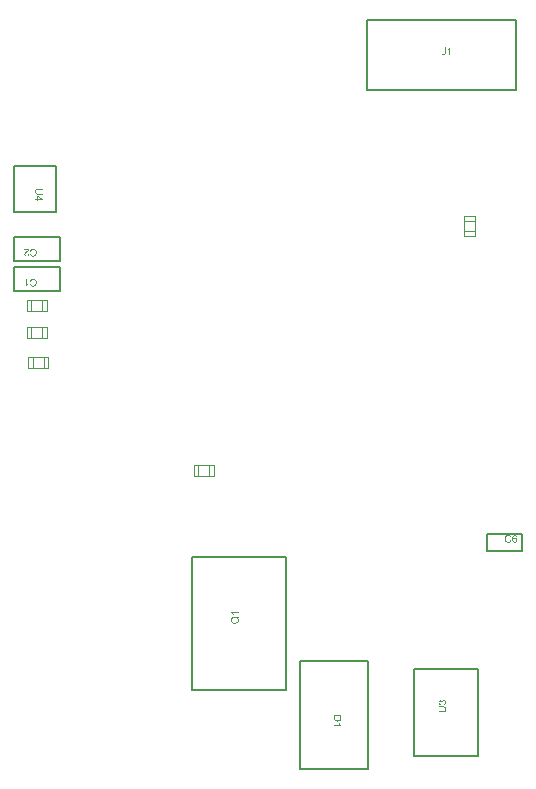
<source format=gbr>
G04*
G04 #@! TF.GenerationSoftware,Altium Limited,Altium Designer,24.4.1 (13)*
G04*
G04 Layer_Color=16711935*
%FSLAX44Y44*%
%MOMM*%
G71*
G04*
G04 #@! TF.SameCoordinates,35E0C0FB-C19D-4D04-833B-EC0655963EBE*
G04*
G04*
G04 #@! TF.FilePolarity,Positive*
G04*
G01*
G75*
%ADD10C,0.2000*%
%ADD61C,0.0508*%
G36*
X465974Y348157D02*
X466039D01*
X466113Y348148D01*
X466288Y348111D01*
X466483Y348065D01*
X466686Y347991D01*
X466889Y347880D01*
X466991Y347815D01*
X467083Y347741D01*
X467093Y347732D01*
X467102Y347723D01*
X467130Y347695D01*
X467157Y347667D01*
X467204Y347621D01*
X467241Y347565D01*
X467342Y347436D01*
X467444Y347270D01*
X467537Y347066D01*
X467620Y346835D01*
X467675Y346576D01*
X466889Y346511D01*
Y346521D01*
X466880Y346530D01*
X466871Y346586D01*
X466843Y346669D01*
X466806Y346770D01*
X466769Y346881D01*
X466714Y346992D01*
X466649Y347094D01*
X466584Y347177D01*
X466566Y347196D01*
X466529Y347233D01*
X466464Y347288D01*
X466371Y347353D01*
X466251Y347408D01*
X466122Y347464D01*
X465965Y347501D01*
X465798Y347519D01*
X465734D01*
X465660Y347510D01*
X465576Y347492D01*
X465465Y347464D01*
X465354Y347427D01*
X465243Y347381D01*
X465133Y347307D01*
X465114Y347297D01*
X465068Y347260D01*
X465003Y347196D01*
X464920Y347103D01*
X464827Y346992D01*
X464726Y346863D01*
X464633Y346697D01*
X464541Y346511D01*
Y346502D01*
X464532Y346484D01*
X464522Y346456D01*
X464504Y346419D01*
X464495Y346364D01*
X464476Y346299D01*
X464458Y346225D01*
X464439Y346133D01*
X464411Y346031D01*
X464393Y345920D01*
X464375Y345800D01*
X464365Y345670D01*
X464347Y345522D01*
X464338Y345374D01*
X464328Y345208D01*
Y345042D01*
X464338Y345051D01*
X464375Y345106D01*
X464439Y345180D01*
X464522Y345273D01*
X464615Y345384D01*
X464735Y345485D01*
X464865Y345587D01*
X465012Y345679D01*
X465022D01*
X465031Y345689D01*
X465086Y345716D01*
X465170Y345744D01*
X465280Y345790D01*
X465410Y345827D01*
X465558Y345855D01*
X465715Y345883D01*
X465882Y345892D01*
X465956D01*
X466011Y345883D01*
X466085Y345874D01*
X466159Y345864D01*
X466251Y345846D01*
X466344Y345818D01*
X466556Y345753D01*
X466667Y345707D01*
X466778Y345643D01*
X466889Y345578D01*
X467010Y345504D01*
X467120Y345411D01*
X467222Y345310D01*
X467231Y345300D01*
X467250Y345282D01*
X467278Y345254D01*
X467305Y345208D01*
X467351Y345143D01*
X467398Y345079D01*
X467444Y344995D01*
X467500Y344903D01*
X467555Y344801D01*
X467601Y344690D01*
X467647Y344561D01*
X467694Y344431D01*
X467721Y344293D01*
X467749Y344135D01*
X467768Y343978D01*
X467777Y343812D01*
Y343803D01*
Y343784D01*
Y343756D01*
Y343710D01*
X467768Y343655D01*
Y343599D01*
X467740Y343451D01*
X467712Y343276D01*
X467666Y343091D01*
X467601Y342887D01*
X467509Y342693D01*
Y342684D01*
X467500Y342675D01*
X467481Y342647D01*
X467463Y342610D01*
X467407Y342518D01*
X467324Y342397D01*
X467222Y342268D01*
X467102Y342138D01*
X466954Y342009D01*
X466797Y341898D01*
X466788D01*
X466778Y341889D01*
X466751Y341870D01*
X466714Y341861D01*
X466621Y341815D01*
X466501Y341769D01*
X466344Y341713D01*
X466168Y341676D01*
X465974Y341639D01*
X465761Y341630D01*
X465715D01*
X465669Y341639D01*
X465595D01*
X465512Y341648D01*
X465419Y341667D01*
X465308Y341695D01*
X465197Y341722D01*
X465068Y341759D01*
X464938Y341805D01*
X464809Y341861D01*
X464670Y341935D01*
X464541Y342018D01*
X464411Y342111D01*
X464282Y342222D01*
X464162Y342351D01*
X464153Y342360D01*
X464134Y342388D01*
X464106Y342425D01*
X464069Y342490D01*
X464014Y342573D01*
X463968Y342665D01*
X463912Y342786D01*
X463857Y342915D01*
X463792Y343072D01*
X463736Y343248D01*
X463690Y343442D01*
X463644Y343655D01*
X463598Y343895D01*
X463570Y344154D01*
X463552Y344431D01*
X463542Y344727D01*
Y344736D01*
Y344746D01*
Y344773D01*
Y344810D01*
X463552Y344903D01*
Y345032D01*
X463561Y345180D01*
X463579Y345356D01*
X463598Y345550D01*
X463626Y345763D01*
X463662Y345975D01*
X463709Y346206D01*
X463764Y346428D01*
X463829Y346650D01*
X463912Y346863D01*
X464005Y347066D01*
X464106Y347260D01*
X464226Y347427D01*
X464236Y347436D01*
X464254Y347455D01*
X464291Y347492D01*
X464338Y347547D01*
X464393Y347603D01*
X464467Y347658D01*
X464559Y347732D01*
X464652Y347797D01*
X464763Y347861D01*
X464883Y347935D01*
X465022Y347991D01*
X465160Y348056D01*
X465317Y348102D01*
X465484Y348139D01*
X465660Y348157D01*
X465844Y348167D01*
X465919D01*
X465974Y348157D01*
D02*
G37*
G36*
X460371Y348241D02*
X460454Y348231D01*
X460556Y348222D01*
X460658Y348213D01*
X460778Y348185D01*
X461028Y348130D01*
X461305Y348046D01*
X461444Y347991D01*
X461573Y347926D01*
X461702Y347843D01*
X461832Y347760D01*
X461841Y347751D01*
X461860Y347741D01*
X461897Y347714D01*
X461943Y347667D01*
X461989Y347621D01*
X462054Y347556D01*
X462118Y347482D01*
X462192Y347408D01*
X462267Y347316D01*
X462340Y347205D01*
X462424Y347094D01*
X462498Y346974D01*
X462562Y346835D01*
X462636Y346697D01*
X462692Y346549D01*
X462747Y346382D01*
X461915Y346188D01*
Y346197D01*
X461906Y346216D01*
X461887Y346253D01*
X461869Y346299D01*
X461850Y346354D01*
X461823Y346428D01*
X461749Y346576D01*
X461656Y346743D01*
X461545Y346909D01*
X461407Y347066D01*
X461259Y347205D01*
X461240Y347224D01*
X461185Y347260D01*
X461092Y347307D01*
X460972Y347371D01*
X460815Y347427D01*
X460639Y347482D01*
X460427Y347519D01*
X460195Y347529D01*
X460121D01*
X460075Y347519D01*
X460010D01*
X459937Y347510D01*
X459761Y347482D01*
X459567Y347445D01*
X459363Y347381D01*
X459151Y347288D01*
X458956Y347168D01*
X458947D01*
X458938Y347150D01*
X458873Y347103D01*
X458790Y347029D01*
X458688Y346918D01*
X458568Y346780D01*
X458457Y346623D01*
X458356Y346428D01*
X458263Y346216D01*
Y346206D01*
X458254Y346188D01*
X458245Y346160D01*
X458235Y346114D01*
X458217Y346059D01*
X458198Y345994D01*
X458171Y345837D01*
X458134Y345652D01*
X458097Y345448D01*
X458078Y345226D01*
X458069Y344986D01*
Y344977D01*
Y344949D01*
Y344903D01*
Y344847D01*
X458078Y344783D01*
Y344699D01*
X458088Y344607D01*
X458097Y344505D01*
X458124Y344283D01*
X458171Y344043D01*
X458226Y343803D01*
X458300Y343562D01*
Y343553D01*
X458309Y343535D01*
X458328Y343507D01*
X458346Y343461D01*
X458402Y343350D01*
X458485Y343220D01*
X458587Y343072D01*
X458716Y342915D01*
X458864Y342776D01*
X459040Y342647D01*
X459049D01*
X459067Y342638D01*
X459095Y342619D01*
X459132Y342601D01*
X459178Y342582D01*
X459234Y342554D01*
X459363Y342499D01*
X459530Y342444D01*
X459715Y342397D01*
X459918Y342360D01*
X460131Y342351D01*
X460195D01*
X460251Y342360D01*
X460316D01*
X460380Y342369D01*
X460547Y342407D01*
X460741Y342453D01*
X460935Y342527D01*
X461138Y342628D01*
X461240Y342684D01*
X461333Y342758D01*
X461342Y342767D01*
X461351Y342776D01*
X461379Y342804D01*
X461416Y342832D01*
X461453Y342878D01*
X461499Y342934D01*
X461555Y342989D01*
X461601Y343063D01*
X461656Y343146D01*
X461721Y343239D01*
X461776Y343331D01*
X461832Y343442D01*
X461878Y343562D01*
X461924Y343692D01*
X461971Y343830D01*
X462008Y343978D01*
X462858Y343766D01*
Y343756D01*
X462849Y343719D01*
X462830Y343664D01*
X462803Y343590D01*
X462775Y343507D01*
X462738Y343405D01*
X462692Y343294D01*
X462636Y343174D01*
X462507Y342915D01*
X462340Y342656D01*
X462239Y342527D01*
X462137Y342397D01*
X462026Y342286D01*
X461897Y342175D01*
X461887Y342166D01*
X461869Y342148D01*
X461823Y342129D01*
X461776Y342092D01*
X461702Y342046D01*
X461628Y342000D01*
X461527Y341954D01*
X461425Y341907D01*
X461305Y341852D01*
X461175Y341805D01*
X461037Y341759D01*
X460889Y341713D01*
X460732Y341676D01*
X460565Y341658D01*
X460390Y341639D01*
X460205Y341630D01*
X460103D01*
X460029Y341639D01*
X459946D01*
X459844Y341648D01*
X459733Y341667D01*
X459604Y341685D01*
X459336Y341732D01*
X459058Y341805D01*
X458781Y341907D01*
X458651Y341972D01*
X458522Y342046D01*
X458513Y342055D01*
X458494Y342064D01*
X458457Y342092D01*
X458420Y342129D01*
X458365Y342166D01*
X458300Y342222D01*
X458226Y342286D01*
X458152Y342360D01*
X458078Y342444D01*
X457995Y342527D01*
X457829Y342739D01*
X457671Y342989D01*
X457533Y343266D01*
Y343276D01*
X457514Y343303D01*
X457505Y343350D01*
X457477Y343405D01*
X457459Y343479D01*
X457431Y343571D01*
X457394Y343673D01*
X457366Y343784D01*
X457339Y343904D01*
X457302Y344043D01*
X457255Y344330D01*
X457218Y344653D01*
X457200Y344986D01*
Y344995D01*
Y345032D01*
Y345088D01*
X457209Y345152D01*
Y345245D01*
X457218Y345337D01*
X457228Y345458D01*
X457246Y345578D01*
X457292Y345846D01*
X457357Y346142D01*
X457449Y346438D01*
X457579Y346724D01*
X457588Y346733D01*
X457597Y346761D01*
X457616Y346798D01*
X457653Y346844D01*
X457690Y346909D01*
X457736Y346983D01*
X457856Y347150D01*
X458013Y347334D01*
X458198Y347519D01*
X458411Y347704D01*
X458661Y347861D01*
X458670Y347871D01*
X458698Y347880D01*
X458735Y347898D01*
X458781Y347926D01*
X458855Y347954D01*
X458929Y347982D01*
X459021Y348019D01*
X459123Y348056D01*
X459234Y348092D01*
X459354Y348130D01*
X459613Y348185D01*
X459909Y348231D01*
X460214Y348250D01*
X460306D01*
X460371Y348241D01*
D02*
G37*
G36*
X405812Y208429D02*
X405886Y208419D01*
X405969Y208401D01*
X406061Y208382D01*
X406163Y208364D01*
X406385Y208290D01*
X406505Y208235D01*
X406616Y208179D01*
X406736Y208105D01*
X406856Y208022D01*
X406977Y207929D01*
X407088Y207819D01*
X407097Y207809D01*
X407115Y207791D01*
X407143Y207754D01*
X407180Y207708D01*
X407226Y207652D01*
X407272Y207578D01*
X407328Y207495D01*
X407374Y207393D01*
X407430Y207292D01*
X407485Y207171D01*
X407531Y207051D01*
X407578Y206912D01*
X407615Y206765D01*
X407642Y206607D01*
X407661Y206450D01*
X407670Y206275D01*
Y206191D01*
X407661Y206136D01*
X407652Y206062D01*
X407642Y205979D01*
X407624Y205886D01*
X407605Y205784D01*
X407550Y205563D01*
X407457Y205331D01*
X407402Y205211D01*
X407337Y205100D01*
X407254Y204989D01*
X407171Y204878D01*
X407162Y204869D01*
X407143Y204851D01*
X407115Y204823D01*
X407078Y204795D01*
X407032Y204749D01*
X406967Y204703D01*
X406903Y204647D01*
X406819Y204592D01*
X406727Y204536D01*
X406635Y204481D01*
X406413Y204379D01*
X406154Y204296D01*
X406015Y204268D01*
X405867Y204250D01*
X405765Y205036D01*
X405775D01*
X405793Y205045D01*
X405830Y205054D01*
X405876Y205063D01*
X405932Y205073D01*
X405997Y205091D01*
X406135Y205137D01*
X406302Y205202D01*
X406459Y205285D01*
X406607Y205378D01*
X406736Y205489D01*
X406745Y205507D01*
X406782Y205544D01*
X406829Y205618D01*
X406875Y205711D01*
X406930Y205821D01*
X406977Y205960D01*
X407014Y206117D01*
X407023Y206284D01*
Y206339D01*
X407014Y206376D01*
X407004Y206478D01*
X406977Y206607D01*
X406930Y206755D01*
X406866Y206912D01*
X406773Y207070D01*
X406644Y207218D01*
X406625Y207236D01*
X406570Y207282D01*
X406487Y207338D01*
X406376Y207412D01*
X406237Y207486D01*
X406080Y207541D01*
X405895Y207587D01*
X405691Y207606D01*
X405682D01*
X405664D01*
X405636D01*
X405599Y207597D01*
X405497Y207587D01*
X405377Y207560D01*
X405229Y207523D01*
X405081Y207458D01*
X404933Y207365D01*
X404795Y207245D01*
X404776Y207227D01*
X404739Y207181D01*
X404684Y207107D01*
X404619Y207005D01*
X404554Y206875D01*
X404499Y206718D01*
X404462Y206543D01*
X404443Y206348D01*
Y206265D01*
X404453Y206201D01*
X404462Y206117D01*
X404480Y206025D01*
X404499Y205914D01*
X404527Y205794D01*
X403833Y205886D01*
Y205932D01*
X403842Y205969D01*
Y206090D01*
X403824Y206191D01*
X403805Y206311D01*
X403778Y206450D01*
X403731Y206607D01*
X403667Y206755D01*
X403583Y206912D01*
Y206922D01*
X403574Y206931D01*
X403537Y206977D01*
X403473Y207042D01*
X403389Y207116D01*
X403269Y207190D01*
X403130Y207255D01*
X402973Y207301D01*
X402881Y207319D01*
X402779D01*
X402770D01*
X402761D01*
X402705D01*
X402631Y207301D01*
X402529Y207282D01*
X402419Y207245D01*
X402298Y207199D01*
X402178Y207125D01*
X402067Y207023D01*
X402058Y207014D01*
X402021Y206968D01*
X401975Y206903D01*
X401919Y206820D01*
X401873Y206709D01*
X401827Y206580D01*
X401790Y206432D01*
X401781Y206265D01*
Y206191D01*
X401799Y206108D01*
X401818Y205997D01*
X401855Y205877D01*
X401901Y205757D01*
X401975Y205627D01*
X402067Y205507D01*
X402076Y205498D01*
X402123Y205461D01*
X402187Y205405D01*
X402280Y205341D01*
X402400Y205276D01*
X402548Y205211D01*
X402724Y205156D01*
X402927Y205119D01*
X402788Y204333D01*
X402779D01*
X402751Y204342D01*
X402714Y204351D01*
X402659Y204361D01*
X402594Y204379D01*
X402520Y204407D01*
X402345Y204462D01*
X402141Y204555D01*
X401938Y204666D01*
X401744Y204804D01*
X401568Y204980D01*
X401559Y204989D01*
X401549Y205008D01*
X401531Y205036D01*
X401503Y205073D01*
X401466Y205119D01*
X401429Y205184D01*
X401392Y205248D01*
X401346Y205331D01*
X401272Y205516D01*
X401198Y205729D01*
X401152Y205979D01*
X401133Y206108D01*
Y206339D01*
X401143Y206441D01*
X401161Y206561D01*
X401189Y206709D01*
X401235Y206875D01*
X401291Y207042D01*
X401365Y207208D01*
Y207218D01*
X401374Y207227D01*
X401402Y207282D01*
X401457Y207365D01*
X401522Y207458D01*
X401614Y207569D01*
X401716Y207680D01*
X401836Y207791D01*
X401975Y207883D01*
X401993Y207892D01*
X402039Y207920D01*
X402123Y207957D01*
X402224Y208003D01*
X402345Y208050D01*
X402483Y208087D01*
X402640Y208114D01*
X402798Y208124D01*
X402816D01*
X402872D01*
X402946Y208114D01*
X403047Y208096D01*
X403167Y208068D01*
X403297Y208022D01*
X403426Y207966D01*
X403556Y207892D01*
X403574Y207883D01*
X403611Y207855D01*
X403676Y207800D01*
X403750Y207726D01*
X403833Y207634D01*
X403926Y207523D01*
X404009Y207393D01*
X404092Y207236D01*
Y207245D01*
X404101Y207264D01*
X404110Y207292D01*
X404120Y207328D01*
X404157Y207430D01*
X404212Y207560D01*
X404286Y207708D01*
X404379Y207855D01*
X404499Y207994D01*
X404637Y208124D01*
X404656Y208133D01*
X404711Y208170D01*
X404804Y208225D01*
X404924Y208281D01*
X405072Y208336D01*
X405248Y208392D01*
X405451Y208429D01*
X405673Y208438D01*
X405682D01*
X405710D01*
X405756D01*
X405812Y208429D01*
D02*
G37*
G36*
X405100Y203140D02*
X405192D01*
X405303Y203131D01*
X405414Y203122D01*
X405664Y203094D01*
X405923Y203057D01*
X406172Y203001D01*
X406292Y202965D01*
X406403Y202928D01*
X406413D01*
X406431Y202918D01*
X406459Y202900D01*
X406496Y202881D01*
X406598Y202826D01*
X406727Y202743D01*
X406875Y202632D01*
X407023Y202502D01*
X407180Y202336D01*
X407319Y202132D01*
Y202123D01*
X407337Y202105D01*
X407346Y202077D01*
X407374Y202031D01*
X407402Y201975D01*
X407430Y201901D01*
X407457Y201827D01*
X407494Y201735D01*
X407531Y201633D01*
X407559Y201522D01*
X407587Y201402D01*
X407615Y201263D01*
X407633Y201125D01*
X407652Y200977D01*
X407670Y200644D01*
Y200561D01*
X407661Y200496D01*
Y200422D01*
X407652Y200330D01*
X407642Y200228D01*
X407633Y200126D01*
X407596Y199895D01*
X407541Y199645D01*
X407467Y199405D01*
X407365Y199174D01*
Y199165D01*
X407346Y199146D01*
X407328Y199118D01*
X407309Y199081D01*
X407235Y198980D01*
X407134Y198860D01*
X407004Y198721D01*
X406856Y198591D01*
X406672Y198462D01*
X406468Y198360D01*
X406459D01*
X406440Y198351D01*
X406403Y198342D01*
X406357Y198323D01*
X406302Y198305D01*
X406228Y198286D01*
X406145Y198259D01*
X406043Y198240D01*
X405932Y198222D01*
X405812Y198194D01*
X405682Y198175D01*
X405544Y198157D01*
X405386Y198138D01*
X405220Y198129D01*
X405044Y198120D01*
X404859D01*
X401161D01*
Y198971D01*
X404859D01*
X404869D01*
X404896D01*
X404943D01*
X404998D01*
X405063Y198980D01*
X405146D01*
X405322Y198989D01*
X405525Y199007D01*
X405728Y199035D01*
X405923Y199072D01*
X406006Y199091D01*
X406089Y199118D01*
X406108Y199128D01*
X406154Y199146D01*
X406218Y199192D01*
X406311Y199248D01*
X406403Y199313D01*
X406505Y199405D01*
X406607Y199516D01*
X406690Y199645D01*
X406699Y199664D01*
X406727Y199710D01*
X406755Y199793D01*
X406792Y199904D01*
X406838Y200034D01*
X406866Y200200D01*
X406893Y200376D01*
X406903Y200570D01*
Y200662D01*
X406893Y200718D01*
Y200801D01*
X406884Y200884D01*
X406847Y201088D01*
X406801Y201310D01*
X406727Y201522D01*
X406625Y201726D01*
X406561Y201818D01*
X406487Y201901D01*
X406477Y201911D01*
X406468Y201920D01*
X406440Y201938D01*
X406403Y201966D01*
X406348Y201994D01*
X406292Y202031D01*
X406209Y202068D01*
X406126Y202105D01*
X406024Y202142D01*
X405904Y202169D01*
X405765Y202206D01*
X405618Y202234D01*
X405451Y202262D01*
X405275Y202280D01*
X405072Y202299D01*
X404859D01*
X401161D01*
Y203150D01*
X404859D01*
X404869D01*
X404906D01*
X404952D01*
X405017D01*
X405100Y203140D01*
D02*
G37*
G36*
X318818Y193121D02*
X318809Y192954D01*
X318799Y192769D01*
X318781Y192584D01*
X318753Y192400D01*
X318725Y192242D01*
Y192233D01*
X318716Y192215D01*
Y192187D01*
X318698Y192150D01*
X318670Y192048D01*
X318624Y191919D01*
X318559Y191771D01*
X318476Y191614D01*
X318383Y191457D01*
X318263Y191309D01*
X318254Y191299D01*
X318245Y191290D01*
X318217Y191262D01*
X318189Y191225D01*
X318097Y191133D01*
X317967Y191022D01*
X317810Y190902D01*
X317625Y190772D01*
X317412Y190652D01*
X317172Y190550D01*
X317163D01*
X317144Y190541D01*
X317107Y190523D01*
X317052Y190513D01*
X316987Y190486D01*
X316913Y190467D01*
X316830Y190449D01*
X316728Y190421D01*
X316627Y190393D01*
X316506Y190375D01*
X316248Y190329D01*
X315961Y190301D01*
X315647Y190292D01*
X315637D01*
X315619D01*
X315573D01*
X315526D01*
X315462Y190301D01*
X315388D01*
X315212Y190310D01*
X315009Y190338D01*
X314796Y190366D01*
X314574Y190412D01*
X314352Y190467D01*
X314343D01*
X314324Y190476D01*
X314297Y190486D01*
X314260Y190495D01*
X314158Y190532D01*
X314029Y190588D01*
X313881Y190643D01*
X313733Y190717D01*
X313576Y190809D01*
X313428Y190902D01*
X313409Y190911D01*
X313363Y190948D01*
X313298Y191003D01*
X313215Y191077D01*
X313123Y191161D01*
X313030Y191262D01*
X312928Y191364D01*
X312845Y191484D01*
X312836Y191503D01*
X312808Y191540D01*
X312771Y191604D01*
X312725Y191697D01*
X312670Y191808D01*
X312623Y191937D01*
X312568Y192085D01*
X312522Y192252D01*
Y192270D01*
X312512Y192298D01*
X312503Y192326D01*
X312494Y192418D01*
X312475Y192547D01*
X312457Y192695D01*
X312438Y192871D01*
X312429Y193065D01*
X312420Y193278D01*
Y195580D01*
X318818D01*
Y193121D01*
D02*
G37*
G36*
X317237Y188840D02*
X317255Y188822D01*
X317265Y188785D01*
X317292Y188738D01*
X317320Y188683D01*
X317357Y188618D01*
X317449Y188461D01*
X317551Y188276D01*
X317681Y188091D01*
X317829Y187897D01*
X317986Y187703D01*
X317995Y187694D01*
X318004Y187684D01*
X318032Y187657D01*
X318060Y187620D01*
X318152Y187536D01*
X318263Y187425D01*
X318393Y187314D01*
X318540Y187194D01*
X318688Y187093D01*
X318846Y187000D01*
Y186492D01*
X312420D01*
Y187278D01*
X317422D01*
X317412Y187287D01*
X317376Y187333D01*
X317320Y187388D01*
X317255Y187481D01*
X317172Y187583D01*
X317080Y187712D01*
X316978Y187860D01*
X316876Y188026D01*
Y188036D01*
X316867Y188045D01*
X316830Y188100D01*
X316784Y188193D01*
X316728Y188304D01*
X316664Y188433D01*
X316599Y188572D01*
X316534Y188711D01*
X316479Y188849D01*
X317237D01*
Y188840D01*
D02*
G37*
G36*
X231911Y282157D02*
X226909D01*
X226918Y282148D01*
X226955Y282101D01*
X227011Y282046D01*
X227075Y281953D01*
X227159Y281852D01*
X227251Y281722D01*
X227353Y281574D01*
X227454Y281408D01*
Y281399D01*
X227464Y281389D01*
X227501Y281334D01*
X227547Y281241D01*
X227602Y281131D01*
X227667Y281001D01*
X227732Y280862D01*
X227796Y280724D01*
X227852Y280585D01*
X227094D01*
Y280594D01*
X227075Y280613D01*
X227066Y280650D01*
X227038Y280696D01*
X227011Y280751D01*
X226974Y280816D01*
X226881Y280973D01*
X226779Y281158D01*
X226650Y281343D01*
X226502Y281537D01*
X226345Y281731D01*
X226336Y281741D01*
X226327Y281750D01*
X226299Y281778D01*
X226271Y281815D01*
X226178Y281898D01*
X226068Y282009D01*
X225938Y282120D01*
X225790Y282240D01*
X225642Y282342D01*
X225485Y282434D01*
Y282943D01*
X231911D01*
Y282157D01*
D02*
G37*
G36*
X232410Y279041D02*
Y279032D01*
X232401Y279013D01*
X232382Y278976D01*
X232364Y278921D01*
X232336Y278856D01*
X232299Y278782D01*
X232262Y278699D01*
X232216Y278606D01*
X232105Y278403D01*
X231975Y278172D01*
X231809Y277922D01*
X231624Y277663D01*
Y277654D01*
X231643Y277636D01*
X231661Y277589D01*
X231689Y277543D01*
X231717Y277469D01*
X231754Y277395D01*
X231781Y277303D01*
X231818Y277201D01*
X231855Y277090D01*
X231892Y276970D01*
X231957Y276702D01*
X232003Y276406D01*
X232013Y276249D01*
X232022Y276092D01*
Y276008D01*
X232013Y275944D01*
Y275870D01*
X232003Y275777D01*
X231985Y275676D01*
X231966Y275565D01*
X231920Y275324D01*
X231846Y275056D01*
X231744Y274779D01*
X231680Y274649D01*
X231606Y274511D01*
X231597Y274501D01*
X231587Y274483D01*
X231560Y274446D01*
X231532Y274400D01*
X231486Y274335D01*
X231430Y274270D01*
X231301Y274113D01*
X231134Y273937D01*
X230931Y273762D01*
X230700Y273586D01*
X230431Y273429D01*
X230422D01*
X230394Y273410D01*
X230358Y273392D01*
X230302Y273374D01*
X230228Y273346D01*
X230145Y273309D01*
X230043Y273272D01*
X229932Y273244D01*
X229812Y273207D01*
X229683Y273170D01*
X229544Y273142D01*
X229387Y273105D01*
X229063Y273068D01*
X228721Y273050D01*
X228712D01*
X228675D01*
X228629D01*
X228564Y273059D01*
X228481D01*
X228379Y273068D01*
X228268Y273078D01*
X228148Y273096D01*
X227880Y273142D01*
X227593Y273207D01*
X227288Y273300D01*
X226992Y273429D01*
X226983Y273438D01*
X226955Y273447D01*
X226918Y273466D01*
X226863Y273503D01*
X226798Y273540D01*
X226724Y273586D01*
X226548Y273716D01*
X226364Y273864D01*
X226169Y274058D01*
X225975Y274270D01*
X225809Y274520D01*
X225800Y274529D01*
X225790Y274557D01*
X225772Y274594D01*
X225744Y274649D01*
X225716Y274714D01*
X225679Y274788D01*
X225642Y274881D01*
X225605Y274982D01*
X225568Y275102D01*
X225531Y275223D01*
X225467Y275491D01*
X225420Y275787D01*
X225402Y275944D01*
Y276193D01*
X225411Y276258D01*
Y276341D01*
X225420Y276425D01*
X225439Y276535D01*
X225457Y276646D01*
X225504Y276887D01*
X225578Y277164D01*
X225688Y277432D01*
X225753Y277571D01*
X225827Y277710D01*
X225837Y277719D01*
X225846Y277737D01*
X225873Y277774D01*
X225901Y277830D01*
X225947Y277885D01*
X226003Y277959D01*
X226132Y278116D01*
X226299Y278283D01*
X226502Y278468D01*
X226742Y278643D01*
X227011Y278791D01*
X227020D01*
X227048Y278810D01*
X227085Y278828D01*
X227140Y278847D01*
X227214Y278884D01*
X227297Y278912D01*
X227399Y278949D01*
X227510Y278986D01*
X227630Y279013D01*
X227759Y279050D01*
X227898Y279087D01*
X228046Y279115D01*
X228370Y279152D01*
X228712Y279170D01*
X228721D01*
X228749D01*
X228786D01*
X228841D01*
X228915Y279161D01*
X228998D01*
X229091Y279152D01*
X229183Y279143D01*
X229405Y279115D01*
X229646Y279069D01*
X229895Y279013D01*
X230136Y278930D01*
X230145D01*
X230163Y278921D01*
X230200Y278902D01*
X230237Y278884D01*
X230293Y278856D01*
X230358Y278828D01*
X230506Y278754D01*
X230681Y278653D01*
X230866Y278523D01*
X231051Y278375D01*
X231236Y278209D01*
Y278218D01*
X231254Y278237D01*
X231273Y278264D01*
X231301Y278311D01*
X231338Y278357D01*
X231375Y278422D01*
X231458Y278560D01*
X231560Y278727D01*
X231661Y278912D01*
X231744Y279106D01*
X231828Y279291D01*
X232410Y279041D01*
D02*
G37*
G36*
X66199Y640499D02*
X62501D01*
X62491D01*
X62464D01*
X62417D01*
X62362D01*
X62297Y640490D01*
X62214D01*
X62038Y640481D01*
X61835Y640462D01*
X61631Y640435D01*
X61437Y640398D01*
X61354Y640379D01*
X61271Y640352D01*
X61252Y640342D01*
X61206Y640324D01*
X61141Y640278D01*
X61049Y640222D01*
X60957Y640157D01*
X60855Y640065D01*
X60753Y639954D01*
X60670Y639825D01*
X60661Y639806D01*
X60633Y639760D01*
X60605Y639677D01*
X60568Y639566D01*
X60522Y639436D01*
X60494Y639270D01*
X60466Y639094D01*
X60457Y638900D01*
Y638807D01*
X60466Y638752D01*
Y638669D01*
X60476Y638586D01*
X60513Y638382D01*
X60559Y638160D01*
X60633Y637948D01*
X60735Y637744D01*
X60799Y637652D01*
X60873Y637569D01*
X60883Y637559D01*
X60892Y637550D01*
X60919Y637532D01*
X60957Y637504D01*
X61012Y637476D01*
X61068Y637439D01*
X61151Y637402D01*
X61234Y637365D01*
X61336Y637328D01*
X61456Y637300D01*
X61595Y637263D01*
X61742Y637236D01*
X61909Y637208D01*
X62084Y637190D01*
X62288Y637171D01*
X62501D01*
X66199D01*
Y636320D01*
X62501D01*
X62491D01*
X62454D01*
X62408D01*
X62343D01*
X62260Y636330D01*
X62168D01*
X62057Y636339D01*
X61946Y636348D01*
X61696Y636376D01*
X61437Y636413D01*
X61188Y636468D01*
X61068Y636505D01*
X60957Y636542D01*
X60947D01*
X60929Y636552D01*
X60901Y636570D01*
X60864Y636589D01*
X60762Y636644D01*
X60633Y636727D01*
X60485Y636838D01*
X60337Y636968D01*
X60180Y637134D01*
X60041Y637337D01*
Y637347D01*
X60023Y637365D01*
X60013Y637393D01*
X59986Y637439D01*
X59958Y637495D01*
X59930Y637569D01*
X59903Y637643D01*
X59865Y637735D01*
X59829Y637837D01*
X59801Y637948D01*
X59773Y638068D01*
X59745Y638207D01*
X59727Y638345D01*
X59708Y638493D01*
X59690Y638826D01*
Y638909D01*
X59699Y638974D01*
Y639048D01*
X59708Y639140D01*
X59718Y639242D01*
X59727Y639344D01*
X59764Y639575D01*
X59819Y639825D01*
X59893Y640065D01*
X59995Y640296D01*
Y640305D01*
X60013Y640324D01*
X60032Y640352D01*
X60051Y640388D01*
X60124Y640490D01*
X60226Y640610D01*
X60356Y640749D01*
X60504Y640879D01*
X60688Y641008D01*
X60892Y641110D01*
X60901D01*
X60919Y641119D01*
X60957Y641128D01*
X61003Y641147D01*
X61058Y641165D01*
X61132Y641184D01*
X61215Y641211D01*
X61317Y641230D01*
X61428Y641248D01*
X61548Y641276D01*
X61678Y641295D01*
X61816Y641313D01*
X61974Y641332D01*
X62140Y641341D01*
X62316Y641350D01*
X62501D01*
X66199D01*
Y640499D01*
D02*
G37*
G36*
Y632567D02*
Y631929D01*
X62057D01*
Y631060D01*
X61336D01*
Y631929D01*
X59801D01*
Y632715D01*
X61336D01*
Y635498D01*
X62057D01*
X66199Y632567D01*
D02*
G37*
G36*
X58131Y590541D02*
X58214D01*
X58316Y590532D01*
X58427Y590513D01*
X58556Y590495D01*
X58824Y590448D01*
X59102Y590374D01*
X59379Y590273D01*
X59509Y590208D01*
X59638Y590134D01*
X59647Y590125D01*
X59666Y590116D01*
X59703Y590088D01*
X59740Y590051D01*
X59795Y590014D01*
X59860Y589958D01*
X59934Y589894D01*
X60008Y589820D01*
X60082Y589737D01*
X60165Y589653D01*
X60331Y589441D01*
X60489Y589191D01*
X60627Y588914D01*
Y588904D01*
X60646Y588877D01*
X60655Y588830D01*
X60683Y588775D01*
X60701Y588701D01*
X60729Y588609D01*
X60766Y588507D01*
X60794Y588396D01*
X60821Y588276D01*
X60858Y588137D01*
X60905Y587850D01*
X60942Y587527D01*
X60960Y587194D01*
Y587185D01*
Y587148D01*
Y587092D01*
X60951Y587028D01*
Y586935D01*
X60942Y586843D01*
X60932Y586722D01*
X60914Y586602D01*
X60868Y586334D01*
X60803Y586038D01*
X60710Y585742D01*
X60581Y585456D01*
X60572Y585447D01*
X60563Y585419D01*
X60544Y585382D01*
X60507Y585336D01*
X60470Y585271D01*
X60424Y585197D01*
X60304Y585031D01*
X60146Y584846D01*
X59962Y584661D01*
X59749Y584476D01*
X59499Y584319D01*
X59490Y584309D01*
X59462Y584300D01*
X59425Y584282D01*
X59379Y584254D01*
X59305Y584226D01*
X59231Y584198D01*
X59139Y584161D01*
X59037Y584124D01*
X58926Y584087D01*
X58806Y584050D01*
X58547Y583995D01*
X58251Y583949D01*
X57946Y583930D01*
X57854D01*
X57789Y583940D01*
X57706Y583949D01*
X57604Y583958D01*
X57502Y583967D01*
X57382Y583995D01*
X57132Y584050D01*
X56855Y584134D01*
X56716Y584189D01*
X56587Y584254D01*
X56458Y584337D01*
X56328Y584420D01*
X56319Y584430D01*
X56300Y584439D01*
X56263Y584467D01*
X56217Y584513D01*
X56171Y584559D01*
X56106Y584624D01*
X56041Y584698D01*
X55967Y584772D01*
X55894Y584864D01*
X55820Y584975D01*
X55736Y585086D01*
X55662Y585206D01*
X55598Y585345D01*
X55524Y585484D01*
X55468Y585631D01*
X55413Y585798D01*
X56245Y585992D01*
Y585983D01*
X56254Y585964D01*
X56273Y585927D01*
X56291Y585881D01*
X56309Y585826D01*
X56337Y585752D01*
X56411Y585604D01*
X56504Y585437D01*
X56615Y585271D01*
X56753Y585114D01*
X56901Y584975D01*
X56920Y584957D01*
X56975Y584920D01*
X57068Y584873D01*
X57188Y584809D01*
X57345Y584753D01*
X57521Y584698D01*
X57733Y584661D01*
X57965Y584651D01*
X58039D01*
X58085Y584661D01*
X58149D01*
X58223Y584670D01*
X58399Y584698D01*
X58593Y584735D01*
X58797Y584799D01*
X59009Y584892D01*
X59203Y585012D01*
X59213D01*
X59222Y585031D01*
X59287Y585077D01*
X59370Y585151D01*
X59472Y585262D01*
X59592Y585400D01*
X59703Y585558D01*
X59804Y585752D01*
X59897Y585964D01*
Y585974D01*
X59906Y585992D01*
X59915Y586020D01*
X59925Y586066D01*
X59943Y586121D01*
X59962Y586186D01*
X59989Y586343D01*
X60026Y586528D01*
X60063Y586732D01*
X60082Y586954D01*
X60091Y587194D01*
Y587203D01*
Y587231D01*
Y587277D01*
Y587333D01*
X60082Y587397D01*
Y587481D01*
X60072Y587573D01*
X60063Y587675D01*
X60036Y587897D01*
X59989Y588137D01*
X59934Y588377D01*
X59860Y588618D01*
Y588627D01*
X59851Y588646D01*
X59832Y588673D01*
X59814Y588719D01*
X59758Y588830D01*
X59675Y588960D01*
X59573Y589108D01*
X59444Y589265D01*
X59296Y589404D01*
X59120Y589533D01*
X59111D01*
X59092Y589542D01*
X59065Y589561D01*
X59028Y589579D01*
X58981Y589598D01*
X58926Y589626D01*
X58797Y589681D01*
X58630Y589737D01*
X58445Y589783D01*
X58242Y589820D01*
X58029Y589829D01*
X57965D01*
X57909Y589820D01*
X57844D01*
X57780Y589810D01*
X57613Y589773D01*
X57419Y589727D01*
X57225Y589653D01*
X57021Y589552D01*
X56920Y589496D01*
X56827Y589422D01*
X56818Y589413D01*
X56809Y589404D01*
X56781Y589376D01*
X56744Y589348D01*
X56707Y589302D01*
X56661Y589246D01*
X56605Y589191D01*
X56559Y589117D01*
X56504Y589034D01*
X56439Y588941D01*
X56384Y588849D01*
X56328Y588738D01*
X56282Y588618D01*
X56236Y588488D01*
X56189Y588350D01*
X56152Y588202D01*
X55302Y588414D01*
Y588424D01*
X55311Y588461D01*
X55329Y588516D01*
X55357Y588590D01*
X55385Y588673D01*
X55422Y588775D01*
X55468Y588886D01*
X55524Y589006D01*
X55653Y589265D01*
X55820Y589524D01*
X55921Y589653D01*
X56023Y589783D01*
X56134Y589894D01*
X56263Y590005D01*
X56273Y590014D01*
X56291Y590032D01*
X56337Y590051D01*
X56384Y590088D01*
X56458Y590134D01*
X56531Y590180D01*
X56633Y590227D01*
X56735Y590273D01*
X56855Y590328D01*
X56985Y590374D01*
X57123Y590421D01*
X57271Y590467D01*
X57428Y590504D01*
X57595Y590522D01*
X57770Y590541D01*
X57955Y590550D01*
X58057D01*
X58131Y590541D01*
D02*
G37*
G36*
X54692Y590430D02*
Y590393D01*
Y590337D01*
X54682Y590263D01*
X54673Y590180D01*
X54655Y590088D01*
X54636Y589995D01*
X54599Y589894D01*
Y589884D01*
X54590Y589875D01*
X54571Y589820D01*
X54534Y589737D01*
X54479Y589626D01*
X54405Y589496D01*
X54313Y589348D01*
X54211Y589200D01*
X54081Y589043D01*
Y589034D01*
X54063Y589025D01*
X54017Y588969D01*
X53933Y588886D01*
X53813Y588766D01*
X53675Y588627D01*
X53499Y588461D01*
X53286Y588276D01*
X53055Y588082D01*
X53046Y588072D01*
X53009Y588045D01*
X52953Y587998D01*
X52889Y587943D01*
X52806Y587869D01*
X52704Y587786D01*
X52602Y587693D01*
X52482Y587592D01*
X52251Y587370D01*
X52020Y587148D01*
X51909Y587037D01*
X51807Y586926D01*
X51715Y586824D01*
X51641Y586722D01*
Y586713D01*
X51622Y586704D01*
X51603Y586676D01*
X51585Y586639D01*
X51520Y586538D01*
X51446Y586417D01*
X51382Y586269D01*
X51317Y586112D01*
X51280Y585937D01*
X51261Y585770D01*
Y585761D01*
Y585752D01*
X51271Y585696D01*
X51280Y585604D01*
X51308Y585502D01*
X51345Y585373D01*
X51409Y585243D01*
X51493Y585114D01*
X51603Y584984D01*
X51622Y584966D01*
X51668Y584929D01*
X51733Y584883D01*
X51835Y584818D01*
X51964Y584762D01*
X52112Y584707D01*
X52288Y584670D01*
X52482Y584661D01*
X52537D01*
X52574Y584670D01*
X52685Y584679D01*
X52815Y584707D01*
X52953Y584744D01*
X53111Y584809D01*
X53259Y584892D01*
X53397Y585003D01*
X53416Y585021D01*
X53453Y585067D01*
X53508Y585141D01*
X53564Y585252D01*
X53628Y585382D01*
X53684Y585548D01*
X53721Y585733D01*
X53739Y585946D01*
X54544Y585863D01*
Y585853D01*
X54534Y585826D01*
Y585779D01*
X54525Y585715D01*
X54507Y585641D01*
X54488Y585558D01*
X54460Y585456D01*
X54433Y585354D01*
X54359Y585132D01*
X54248Y584910D01*
X54183Y584799D01*
X54100Y584688D01*
X54017Y584587D01*
X53924Y584494D01*
X53915Y584485D01*
X53896Y584476D01*
X53869Y584448D01*
X53822Y584420D01*
X53767Y584383D01*
X53702Y584346D01*
X53628Y584300D01*
X53536Y584254D01*
X53434Y584208D01*
X53323Y584161D01*
X53203Y584124D01*
X53074Y584087D01*
X52935Y584060D01*
X52787Y584032D01*
X52630Y584023D01*
X52463Y584013D01*
X52371D01*
X52306Y584023D01*
X52232Y584032D01*
X52140Y584041D01*
X52038Y584060D01*
X51936Y584078D01*
X51696Y584143D01*
X51456Y584235D01*
X51335Y584291D01*
X51215Y584356D01*
X51104Y584439D01*
X51003Y584531D01*
X50993Y584540D01*
X50975Y584550D01*
X50956Y584587D01*
X50919Y584624D01*
X50873Y584670D01*
X50827Y584735D01*
X50781Y584799D01*
X50725Y584883D01*
X50633Y585058D01*
X50540Y585280D01*
X50503Y585391D01*
X50485Y585521D01*
X50466Y585650D01*
X50457Y585789D01*
Y585807D01*
Y585853D01*
X50466Y585927D01*
X50476Y586029D01*
X50494Y586140D01*
X50531Y586269D01*
X50568Y586408D01*
X50623Y586547D01*
X50633Y586565D01*
X50651Y586612D01*
X50688Y586685D01*
X50744Y586787D01*
X50818Y586898D01*
X50910Y587037D01*
X51021Y587175D01*
X51150Y587333D01*
X51169Y587351D01*
X51215Y587407D01*
X51261Y587453D01*
X51308Y587499D01*
X51363Y587555D01*
X51437Y587629D01*
X51511Y587702D01*
X51603Y587786D01*
X51696Y587878D01*
X51807Y587980D01*
X51927Y588082D01*
X52057Y588202D01*
X52204Y588322D01*
X52352Y588451D01*
X52362Y588461D01*
X52380Y588479D01*
X52417Y588507D01*
X52463Y588544D01*
X52519Y588599D01*
X52584Y588655D01*
X52731Y588775D01*
X52889Y588914D01*
X53037Y589052D01*
X53166Y589173D01*
X53222Y589219D01*
X53268Y589265D01*
X53277Y589274D01*
X53305Y589302D01*
X53342Y589339D01*
X53388Y589394D01*
X53434Y589459D01*
X53490Y589524D01*
X53601Y589681D01*
X50448D01*
Y590439D01*
X54692D01*
Y590430D01*
D02*
G37*
G36*
X58131Y565141D02*
X58214D01*
X58316Y565132D01*
X58427Y565113D01*
X58556Y565095D01*
X58824Y565048D01*
X59102Y564974D01*
X59379Y564873D01*
X59509Y564808D01*
X59638Y564734D01*
X59647Y564725D01*
X59666Y564715D01*
X59703Y564688D01*
X59740Y564651D01*
X59795Y564614D01*
X59860Y564558D01*
X59934Y564494D01*
X60008Y564420D01*
X60082Y564337D01*
X60165Y564253D01*
X60331Y564041D01*
X60489Y563791D01*
X60627Y563514D01*
Y563504D01*
X60646Y563477D01*
X60655Y563430D01*
X60683Y563375D01*
X60701Y563301D01*
X60729Y563209D01*
X60766Y563107D01*
X60794Y562996D01*
X60821Y562876D01*
X60858Y562737D01*
X60905Y562450D01*
X60942Y562127D01*
X60960Y561794D01*
Y561785D01*
Y561748D01*
Y561692D01*
X60951Y561628D01*
Y561535D01*
X60942Y561443D01*
X60932Y561322D01*
X60914Y561202D01*
X60868Y560934D01*
X60803Y560638D01*
X60710Y560342D01*
X60581Y560056D01*
X60572Y560047D01*
X60563Y560019D01*
X60544Y559982D01*
X60507Y559936D01*
X60470Y559871D01*
X60424Y559797D01*
X60304Y559631D01*
X60146Y559445D01*
X59962Y559261D01*
X59749Y559076D01*
X59499Y558918D01*
X59490Y558909D01*
X59462Y558900D01*
X59425Y558882D01*
X59379Y558854D01*
X59305Y558826D01*
X59231Y558798D01*
X59139Y558761D01*
X59037Y558724D01*
X58926Y558687D01*
X58806Y558650D01*
X58547Y558595D01*
X58251Y558549D01*
X57946Y558530D01*
X57854D01*
X57789Y558540D01*
X57706Y558549D01*
X57604Y558558D01*
X57502Y558567D01*
X57382Y558595D01*
X57132Y558650D01*
X56855Y558734D01*
X56716Y558789D01*
X56587Y558854D01*
X56458Y558937D01*
X56328Y559020D01*
X56319Y559030D01*
X56300Y559039D01*
X56263Y559067D01*
X56217Y559113D01*
X56171Y559159D01*
X56106Y559224D01*
X56041Y559298D01*
X55967Y559372D01*
X55894Y559464D01*
X55820Y559575D01*
X55736Y559686D01*
X55662Y559806D01*
X55598Y559945D01*
X55524Y560084D01*
X55468Y560231D01*
X55413Y560398D01*
X56245Y560592D01*
Y560583D01*
X56254Y560564D01*
X56273Y560527D01*
X56291Y560481D01*
X56309Y560426D01*
X56337Y560352D01*
X56411Y560204D01*
X56504Y560037D01*
X56615Y559871D01*
X56753Y559714D01*
X56901Y559575D01*
X56920Y559557D01*
X56975Y559520D01*
X57068Y559473D01*
X57188Y559409D01*
X57345Y559353D01*
X57521Y559298D01*
X57733Y559261D01*
X57965Y559251D01*
X58039D01*
X58085Y559261D01*
X58149D01*
X58223Y559270D01*
X58399Y559298D01*
X58593Y559335D01*
X58797Y559399D01*
X59009Y559492D01*
X59203Y559612D01*
X59213D01*
X59222Y559631D01*
X59287Y559677D01*
X59370Y559751D01*
X59472Y559862D01*
X59592Y560000D01*
X59703Y560158D01*
X59804Y560352D01*
X59897Y560564D01*
Y560574D01*
X59906Y560592D01*
X59915Y560620D01*
X59925Y560666D01*
X59943Y560721D01*
X59962Y560786D01*
X59989Y560943D01*
X60026Y561128D01*
X60063Y561332D01*
X60082Y561553D01*
X60091Y561794D01*
Y561803D01*
Y561831D01*
Y561877D01*
Y561933D01*
X60082Y561997D01*
Y562080D01*
X60072Y562173D01*
X60063Y562275D01*
X60036Y562497D01*
X59989Y562737D01*
X59934Y562977D01*
X59860Y563218D01*
Y563227D01*
X59851Y563246D01*
X59832Y563273D01*
X59814Y563319D01*
X59758Y563430D01*
X59675Y563560D01*
X59573Y563708D01*
X59444Y563865D01*
X59296Y564004D01*
X59120Y564133D01*
X59111D01*
X59092Y564142D01*
X59065Y564161D01*
X59028Y564179D01*
X58981Y564198D01*
X58926Y564226D01*
X58797Y564281D01*
X58630Y564337D01*
X58445Y564383D01*
X58242Y564420D01*
X58029Y564429D01*
X57965D01*
X57909Y564420D01*
X57844D01*
X57780Y564410D01*
X57613Y564373D01*
X57419Y564327D01*
X57225Y564253D01*
X57021Y564152D01*
X56920Y564096D01*
X56827Y564022D01*
X56818Y564013D01*
X56809Y564004D01*
X56781Y563976D01*
X56744Y563948D01*
X56707Y563902D01*
X56661Y563846D01*
X56605Y563791D01*
X56559Y563717D01*
X56504Y563634D01*
X56439Y563541D01*
X56384Y563449D01*
X56328Y563338D01*
X56282Y563218D01*
X56236Y563088D01*
X56189Y562950D01*
X56152Y562802D01*
X55302Y563014D01*
Y563024D01*
X55311Y563061D01*
X55329Y563116D01*
X55357Y563190D01*
X55385Y563273D01*
X55422Y563375D01*
X55468Y563486D01*
X55524Y563606D01*
X55653Y563865D01*
X55820Y564124D01*
X55921Y564253D01*
X56023Y564383D01*
X56134Y564494D01*
X56263Y564605D01*
X56273Y564614D01*
X56291Y564632D01*
X56337Y564651D01*
X56384Y564688D01*
X56458Y564734D01*
X56531Y564780D01*
X56633Y564827D01*
X56735Y564873D01*
X56855Y564928D01*
X56985Y564974D01*
X57123Y565021D01*
X57271Y565067D01*
X57428Y565104D01*
X57595Y565122D01*
X57770Y565141D01*
X57955Y565150D01*
X58057D01*
X58131Y565141D01*
D02*
G37*
G36*
X52408Y560037D02*
X52417Y560047D01*
X52463Y560084D01*
X52519Y560139D01*
X52611Y560204D01*
X52713Y560287D01*
X52842Y560379D01*
X52990Y560481D01*
X53157Y560583D01*
X53166D01*
X53175Y560592D01*
X53231Y560629D01*
X53323Y560675D01*
X53434Y560731D01*
X53564Y560795D01*
X53702Y560860D01*
X53841Y560925D01*
X53980Y560980D01*
Y560222D01*
X53970D01*
X53952Y560204D01*
X53915Y560194D01*
X53869Y560167D01*
X53813Y560139D01*
X53748Y560102D01*
X53591Y560009D01*
X53406Y559908D01*
X53222Y559778D01*
X53027Y559631D01*
X52833Y559473D01*
X52824Y559464D01*
X52815Y559455D01*
X52787Y559427D01*
X52750Y559399D01*
X52667Y559307D01*
X52556Y559196D01*
X52445Y559067D01*
X52325Y558918D01*
X52223Y558771D01*
X52130Y558613D01*
X51622D01*
Y565039D01*
X52408D01*
Y560037D01*
D02*
G37*
G36*
X407182Y756695D02*
Y756686D01*
Y756658D01*
Y756621D01*
Y756565D01*
X407173Y756491D01*
Y756417D01*
X407155Y756242D01*
X407136Y756038D01*
X407099Y755826D01*
X407044Y755632D01*
X406979Y755447D01*
Y755437D01*
X406970Y755428D01*
X406942Y755373D01*
X406896Y755299D01*
X406831Y755197D01*
X406739Y755095D01*
X406637Y754984D01*
X406507Y754874D01*
X406360Y754781D01*
X406341Y754772D01*
X406286Y754744D01*
X406202Y754707D01*
X406082Y754670D01*
X405934Y754624D01*
X405768Y754587D01*
X405583Y754559D01*
X405380Y754550D01*
X405296D01*
X405241Y754559D01*
X405167Y754568D01*
X405093Y754578D01*
X404899Y754615D01*
X404695Y754670D01*
X404483Y754753D01*
X404372Y754809D01*
X404270Y754874D01*
X404178Y754947D01*
X404085Y755031D01*
X404076Y755040D01*
X404067Y755049D01*
X404048Y755086D01*
X404021Y755123D01*
X403983Y755169D01*
X403946Y755234D01*
X403909Y755308D01*
X403863Y755391D01*
X403826Y755484D01*
X403789Y755595D01*
X403752Y755706D01*
X403715Y755835D01*
X403697Y755974D01*
X403669Y756131D01*
X403660Y756288D01*
Y756464D01*
X404427Y756575D01*
Y756565D01*
Y756547D01*
Y756510D01*
X404436Y756454D01*
X404446Y756399D01*
Y756334D01*
X404473Y756177D01*
X404501Y756011D01*
X404557Y755844D01*
X404612Y755696D01*
X404649Y755632D01*
X404695Y755576D01*
X404705Y755567D01*
X404742Y755539D01*
X404797Y755493D01*
X404871Y755447D01*
X404973Y755391D01*
X405084Y755354D01*
X405222Y755317D01*
X405370Y755308D01*
X405426D01*
X405481Y755317D01*
X405564Y755327D01*
X405648Y755345D01*
X405740Y755363D01*
X405833Y755400D01*
X405925Y755447D01*
X405934Y755456D01*
X405962Y755474D01*
X405999Y755511D01*
X406054Y755548D01*
X406101Y755613D01*
X406156Y755678D01*
X406202Y755752D01*
X406239Y755844D01*
Y755854D01*
X406258Y755891D01*
X406267Y755955D01*
X406286Y756038D01*
X406304Y756149D01*
X406313Y756288D01*
X406332Y756454D01*
Y756649D01*
Y761059D01*
X407182D01*
Y756695D01*
D02*
G37*
G36*
X411204Y754661D02*
X410418D01*
Y759663D01*
X410409Y759653D01*
X410363Y759616D01*
X410308Y759561D01*
X410215Y759496D01*
X410113Y759413D01*
X409984Y759321D01*
X409836Y759219D01*
X409669Y759117D01*
X409660D01*
X409651Y759108D01*
X409595Y759071D01*
X409503Y759025D01*
X409392Y758969D01*
X409263Y758905D01*
X409124Y758840D01*
X408985Y758775D01*
X408847Y758720D01*
Y759478D01*
X408856D01*
X408874Y759496D01*
X408911Y759505D01*
X408958Y759533D01*
X409013Y759561D01*
X409078Y759598D01*
X409235Y759690D01*
X409420Y759792D01*
X409605Y759922D01*
X409799Y760070D01*
X409993Y760227D01*
X410002Y760236D01*
X410012Y760245D01*
X410039Y760273D01*
X410076Y760301D01*
X410159Y760393D01*
X410271Y760504D01*
X410381Y760633D01*
X410502Y760781D01*
X410603Y760929D01*
X410696Y761087D01*
X411204D01*
Y754661D01*
D02*
G37*
%LPC*%
G36*
X465724Y345199D02*
X465669D01*
X465632Y345189D01*
X465539Y345180D01*
X465410Y345152D01*
X465271Y345106D01*
X465114Y345032D01*
X464966Y344940D01*
X464818Y344810D01*
X464800Y344792D01*
X464763Y344746D01*
X464698Y344662D01*
X464633Y344542D01*
X464569Y344404D01*
X464504Y344228D01*
X464467Y344034D01*
X464448Y343812D01*
Y343793D01*
Y343747D01*
X464458Y343664D01*
X464467Y343562D01*
X464485Y343442D01*
X464522Y343313D01*
X464559Y343174D01*
X464615Y343035D01*
X464624Y343017D01*
X464652Y342971D01*
X464689Y342906D01*
X464744Y342823D01*
X464809Y342739D01*
X464892Y342638D01*
X464985Y342554D01*
X465096Y342471D01*
X465114Y342462D01*
X465151Y342444D01*
X465216Y342407D01*
X465299Y342379D01*
X465392Y342342D01*
X465502Y342305D01*
X465623Y342286D01*
X465752Y342277D01*
X465798D01*
X465835Y342286D01*
X465928Y342296D01*
X466048Y342323D01*
X466177Y342379D01*
X466325Y342444D01*
X466473Y342545D01*
X466547Y342601D01*
X466612Y342675D01*
Y342684D01*
X466630Y342693D01*
X466667Y342749D01*
X466723Y342841D01*
X466797Y342961D01*
X466861Y343118D01*
X466917Y343303D01*
X466954Y343516D01*
X466973Y343766D01*
Y343775D01*
Y343793D01*
Y343830D01*
X466963Y343877D01*
Y343932D01*
X466954Y343997D01*
X466926Y344145D01*
X466889Y344311D01*
X466824Y344487D01*
X466732Y344653D01*
X466612Y344810D01*
X466593Y344829D01*
X466547Y344875D01*
X466473Y344931D01*
X466371Y345005D01*
X466242Y345079D01*
X466094Y345134D01*
X465919Y345180D01*
X465724Y345199D01*
D02*
G37*
G36*
X318060Y194729D02*
X313178D01*
Y193213D01*
X313187Y193148D01*
X313197Y193010D01*
X313206Y192853D01*
X313224Y192686D01*
X313252Y192520D01*
X313289Y192381D01*
X313298Y192363D01*
X313307Y192316D01*
X313335Y192252D01*
X313372Y192168D01*
X313428Y192076D01*
X313483Y191984D01*
X313548Y191891D01*
X313622Y191799D01*
X313640Y191789D01*
X313677Y191752D01*
X313742Y191697D01*
X313834Y191632D01*
X313955Y191558D01*
X314093Y191475D01*
X314251Y191401D01*
X314426Y191336D01*
X314435D01*
X314454Y191327D01*
X314482Y191318D01*
X314519Y191309D01*
X314565Y191299D01*
X314630Y191281D01*
X314694Y191262D01*
X314768Y191244D01*
X314953Y191216D01*
X315166Y191188D01*
X315406Y191170D01*
X315665Y191161D01*
X315674D01*
X315711D01*
X315758D01*
X315832Y191170D01*
X315915D01*
X316007Y191179D01*
X316118Y191188D01*
X316229Y191198D01*
X316479Y191244D01*
X316738Y191299D01*
X316978Y191383D01*
X317098Y191438D01*
X317200Y191493D01*
X317209D01*
X317228Y191512D01*
X317255Y191530D01*
X317292Y191549D01*
X317385Y191623D01*
X317496Y191715D01*
X317616Y191836D01*
X317736Y191974D01*
X317838Y192132D01*
X317921Y192298D01*
X317930Y192316D01*
X317939Y192363D01*
X317967Y192446D01*
X317995Y192566D01*
X318013Y192714D01*
X318041Y192899D01*
X318050Y193010D01*
Y193130D01*
X318060Y193250D01*
Y194729D01*
D02*
G37*
G36*
X228721Y278301D02*
X228712D01*
X228684D01*
X228647D01*
X228592D01*
X228518Y278292D01*
X228444D01*
X228351Y278283D01*
X228259Y278264D01*
X228046Y278237D01*
X227815Y278190D01*
X227584Y278126D01*
X227362Y278033D01*
X227353D01*
X227334Y278024D01*
X227306Y278006D01*
X227269Y277987D01*
X227159Y277922D01*
X227029Y277839D01*
X226881Y277728D01*
X226733Y277589D01*
X226585Y277432D01*
X226456Y277257D01*
Y277247D01*
X226437Y277238D01*
X226428Y277210D01*
X226400Y277164D01*
X226382Y277118D01*
X226354Y277062D01*
X226290Y276924D01*
X226234Y276757D01*
X226178Y276563D01*
X226142Y276341D01*
X226132Y276110D01*
Y276018D01*
X226142Y275953D01*
X226151Y275870D01*
X226169Y275777D01*
X226188Y275676D01*
X226215Y275565D01*
X226252Y275435D01*
X226290Y275315D01*
X226345Y275186D01*
X226410Y275047D01*
X226484Y274918D01*
X226576Y274788D01*
X226669Y274659D01*
X226789Y274538D01*
X226798Y274529D01*
X226817Y274511D01*
X226854Y274483D01*
X226909Y274446D01*
X226974Y274391D01*
X227057Y274344D01*
X227159Y274289D01*
X227269Y274233D01*
X227399Y274169D01*
X227547Y274113D01*
X227704Y274067D01*
X227880Y274021D01*
X228065Y273974D01*
X228268Y273947D01*
X228490Y273928D01*
X228721Y273919D01*
X228740D01*
X228777D01*
X228841D01*
X228925Y273928D01*
X229026Y273937D01*
X229146Y273956D01*
X229285Y273974D01*
X229424Y273993D01*
X229738Y274067D01*
X229895Y274113D01*
X230052Y274178D01*
X230210Y274243D01*
X230358Y274326D01*
X230506Y274418D01*
X230635Y274529D01*
X230644Y274538D01*
X230663Y274557D01*
X230700Y274594D01*
X230737Y274640D01*
X230792Y274705D01*
X230848Y274779D01*
X230903Y274862D01*
X230968Y274964D01*
X231033Y275065D01*
X231088Y275186D01*
X231143Y275315D01*
X231199Y275454D01*
X231236Y275611D01*
X231273Y275768D01*
X231291Y275935D01*
X231301Y276110D01*
Y276193D01*
X231291Y276277D01*
X231282Y276388D01*
X231264Y276526D01*
X231227Y276665D01*
X231190Y276822D01*
X231134Y276970D01*
X231125Y276952D01*
X231088Y276905D01*
X231042Y276822D01*
X230986Y276720D01*
X230931Y276591D01*
X230866Y276452D01*
X230811Y276295D01*
X230764Y276129D01*
X230154Y276341D01*
Y276351D01*
X230163Y276378D01*
X230173Y276415D01*
X230191Y276462D01*
X230210Y276526D01*
X230237Y276600D01*
X230302Y276767D01*
X230394Y276961D01*
X230496Y277164D01*
X230616Y277358D01*
X230764Y277553D01*
X230755Y277562D01*
X230737Y277589D01*
X230690Y277626D01*
X230635Y277673D01*
X230561Y277728D01*
X230478Y277793D01*
X230376Y277858D01*
X230256Y277931D01*
X230117Y277996D01*
X229960Y278061D01*
X229794Y278126D01*
X229618Y278181D01*
X229415Y278237D01*
X229202Y278274D01*
X228971Y278292D01*
X228721Y278301D01*
D02*
G37*
G36*
X62057Y634730D02*
Y632715D01*
X64923D01*
X62057Y634730D01*
D02*
G37*
%LPD*%
D10*
X442409Y334339D02*
Y348921D01*
Y334339D02*
X471991D01*
Y348921D01*
X442409D02*
X471991D01*
X380670Y161089D02*
X434670D01*
Y235151D01*
X380670D02*
X434670D01*
X380670Y161089D02*
Y235151D01*
X283795Y241101D02*
X341045D01*
X283795Y150059D02*
Y241101D01*
Y150059D02*
X341045D01*
Y241101D01*
X192410Y216850D02*
X272410D01*
Y329250D01*
X192410D02*
X272410D01*
X192410Y216850D02*
Y329250D01*
X41940Y660850D02*
X77440D01*
X41940Y621850D02*
Y660850D01*
Y621850D02*
X77440D01*
Y660850D01*
X80251Y580259D02*
Y600841D01*
X41669D02*
X80251D01*
X41669Y580259D02*
Y600841D01*
Y580259D02*
X80251D01*
Y554859D02*
Y575441D01*
X41669D02*
X80251D01*
X41669Y554859D02*
Y575441D01*
Y554859D02*
X80251D01*
X340660Y724800D02*
Y784300D01*
Y724800D02*
X466660D01*
Y784300D01*
X340660D02*
X466660D01*
D61*
X52460Y514680D02*
Y524180D01*
X56460Y514680D02*
Y524180D01*
X65460Y514680D02*
Y524180D01*
X69460Y514680D02*
Y524180D01*
X52460Y514680D02*
X69460D01*
X52460Y524180D02*
X69460D01*
X193820Y407340D02*
X210820D01*
X193820Y397840D02*
X210820D01*
Y407340D01*
X206820Y397840D02*
Y407340D01*
X197820Y397840D02*
Y407340D01*
X193820Y397840D02*
Y407340D01*
X422551Y618300D02*
X432051D01*
X422551Y614300D02*
X432051D01*
X422551Y605300D02*
X432051D01*
X422551Y601300D02*
X432051D01*
X422551D02*
Y618300D01*
X432051Y601300D02*
Y618300D01*
X53730Y498780D02*
X70730D01*
X53730Y489280D02*
X70730D01*
Y498780D01*
X66730Y489280D02*
Y498780D01*
X57730Y489280D02*
Y498780D01*
X53730Y489280D02*
Y498780D01*
X52460Y537540D02*
Y547040D01*
X56460Y537540D02*
Y547040D01*
X65460Y537540D02*
Y547040D01*
X69460Y537540D02*
Y547040D01*
X52460Y537540D02*
X69460D01*
X52460Y547040D02*
X69460D01*
M02*

</source>
